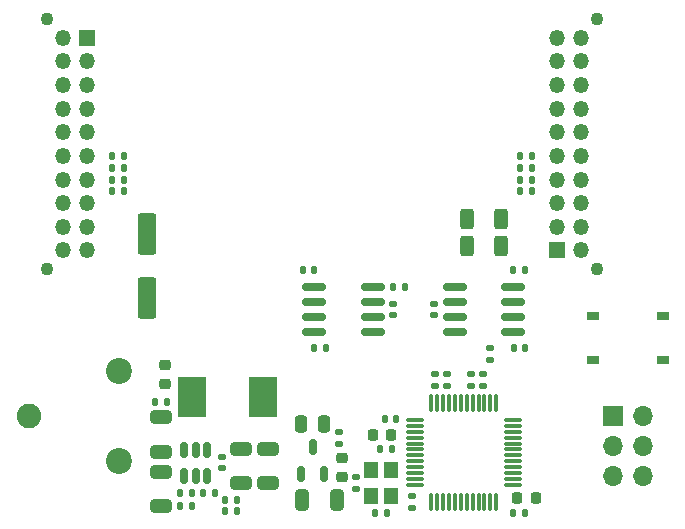
<source format=gts>
%TF.GenerationSoftware,KiCad,Pcbnew,(7.0.0)*%
%TF.CreationDate,2023-03-13T00:32:57+00:00*%
%TF.ProjectId,main,6d61696e-2e6b-4696-9361-645f70636258,1.0*%
%TF.SameCoordinates,Original*%
%TF.FileFunction,Soldermask,Top*%
%TF.FilePolarity,Negative*%
%FSLAX46Y46*%
G04 Gerber Fmt 4.6, Leading zero omitted, Abs format (unit mm)*
G04 Created by KiCad (PCBNEW (7.0.0)) date 2023-03-13 00:32:57*
%MOMM*%
%LPD*%
G01*
G04 APERTURE LIST*
G04 Aperture macros list*
%AMRoundRect*
0 Rectangle with rounded corners*
0 $1 Rounding radius*
0 $2 $3 $4 $5 $6 $7 $8 $9 X,Y pos of 4 corners*
0 Add a 4 corners polygon primitive as box body*
4,1,4,$2,$3,$4,$5,$6,$7,$8,$9,$2,$3,0*
0 Add four circle primitives for the rounded corners*
1,1,$1+$1,$2,$3*
1,1,$1+$1,$4,$5*
1,1,$1+$1,$6,$7*
1,1,$1+$1,$8,$9*
0 Add four rect primitives between the rounded corners*
20,1,$1+$1,$2,$3,$4,$5,0*
20,1,$1+$1,$4,$5,$6,$7,0*
20,1,$1+$1,$6,$7,$8,$9,0*
20,1,$1+$1,$8,$9,$2,$3,0*%
G04 Aperture macros list end*
%ADD10R,1.200000X1.400000*%
%ADD11RoundRect,0.140000X0.140000X0.170000X-0.140000X0.170000X-0.140000X-0.170000X0.140000X-0.170000X0*%
%ADD12RoundRect,0.135000X0.135000X0.185000X-0.135000X0.185000X-0.135000X-0.185000X0.135000X-0.185000X0*%
%ADD13RoundRect,0.075000X-0.662500X-0.075000X0.662500X-0.075000X0.662500X0.075000X-0.662500X0.075000X0*%
%ADD14RoundRect,0.075000X-0.075000X-0.662500X0.075000X-0.662500X0.075000X0.662500X-0.075000X0.662500X0*%
%ADD15RoundRect,0.250000X-0.250000X-0.475000X0.250000X-0.475000X0.250000X0.475000X-0.250000X0.475000X0*%
%ADD16RoundRect,0.150000X0.150000X-0.512500X0.150000X0.512500X-0.150000X0.512500X-0.150000X-0.512500X0*%
%ADD17RoundRect,0.250000X-0.650000X0.325000X-0.650000X-0.325000X0.650000X-0.325000X0.650000X0.325000X0*%
%ADD18RoundRect,0.140000X-0.140000X-0.170000X0.140000X-0.170000X0.140000X0.170000X-0.140000X0.170000X0*%
%ADD19RoundRect,0.250000X0.550000X-1.500000X0.550000X1.500000X-0.550000X1.500000X-0.550000X-1.500000X0*%
%ADD20RoundRect,0.135000X-0.185000X0.135000X-0.185000X-0.135000X0.185000X-0.135000X0.185000X0.135000X0*%
%ADD21R,1.700000X1.700000*%
%ADD22O,1.700000X1.700000*%
%ADD23RoundRect,0.135000X0.185000X-0.135000X0.185000X0.135000X-0.185000X0.135000X-0.185000X-0.135000X0*%
%ADD24RoundRect,0.140000X0.170000X-0.140000X0.170000X0.140000X-0.170000X0.140000X-0.170000X-0.140000X0*%
%ADD25RoundRect,0.135000X-0.135000X-0.185000X0.135000X-0.185000X0.135000X0.185000X-0.135000X0.185000X0*%
%ADD26R,2.350000X3.500000*%
%ADD27R,1.000000X0.750000*%
%ADD28RoundRect,0.140000X-0.170000X0.140000X-0.170000X-0.140000X0.170000X-0.140000X0.170000X0.140000X0*%
%ADD29RoundRect,0.225000X0.225000X0.250000X-0.225000X0.250000X-0.225000X-0.250000X0.225000X-0.250000X0*%
%ADD30RoundRect,0.150000X0.825000X0.150000X-0.825000X0.150000X-0.825000X-0.150000X0.825000X-0.150000X0*%
%ADD31RoundRect,0.250000X-0.312500X-0.625000X0.312500X-0.625000X0.312500X0.625000X-0.312500X0.625000X0*%
%ADD32RoundRect,0.150000X-0.825000X-0.150000X0.825000X-0.150000X0.825000X0.150000X-0.825000X0.150000X0*%
%ADD33RoundRect,0.218750X0.256250X-0.218750X0.256250X0.218750X-0.256250X0.218750X-0.256250X-0.218750X0*%
%ADD34RoundRect,0.218750X0.218750X0.256250X-0.218750X0.256250X-0.218750X-0.256250X0.218750X-0.256250X0*%
%ADD35C,1.100000*%
%ADD36R,1.350000X1.350000*%
%ADD37O,1.350000X1.350000*%
%ADD38C,2.082800*%
%ADD39C,2.200000*%
%ADD40RoundRect,0.218750X-0.256250X0.218750X-0.256250X-0.218750X0.256250X-0.218750X0.256250X0.218750X0*%
%ADD41RoundRect,0.250000X0.650000X-0.325000X0.650000X0.325000X-0.650000X0.325000X-0.650000X-0.325000X0*%
%ADD42RoundRect,0.150000X-0.150000X0.512500X-0.150000X-0.512500X0.150000X-0.512500X0.150000X0.512500X0*%
%ADD43RoundRect,0.250000X0.325000X0.650000X-0.325000X0.650000X-0.325000X-0.650000X0.325000X-0.650000X0*%
G04 APERTURE END LIST*
D10*
X65749999Y-66599999D03*
X65749999Y-68799999D03*
X64049999Y-68799999D03*
X64049999Y-66599999D03*
D11*
X65380000Y-70200000D03*
X64420000Y-70200000D03*
D12*
X43110000Y-43000000D03*
X42090000Y-43000000D03*
D13*
X67737500Y-62350000D03*
X67737500Y-62850000D03*
X67737500Y-63350000D03*
X67737500Y-63850000D03*
X67737500Y-64350000D03*
X67737500Y-64850000D03*
X67737500Y-65350000D03*
X67737500Y-65850000D03*
X67737500Y-66350000D03*
X67737500Y-66850000D03*
X67737500Y-67350000D03*
X67737500Y-67850000D03*
D14*
X69150000Y-69262500D03*
X69650000Y-69262500D03*
X70150000Y-69262500D03*
X70650000Y-69262500D03*
X71150000Y-69262500D03*
X71650000Y-69262500D03*
X72150000Y-69262500D03*
X72650000Y-69262500D03*
X73150000Y-69262500D03*
X73650000Y-69262500D03*
X74150000Y-69262500D03*
X74650000Y-69262500D03*
D13*
X76062500Y-67850000D03*
X76062500Y-67350000D03*
X76062500Y-66850000D03*
X76062500Y-66350000D03*
X76062500Y-65850000D03*
X76062500Y-65350000D03*
X76062500Y-64850000D03*
X76062500Y-64350000D03*
X76062500Y-63850000D03*
X76062500Y-63350000D03*
X76062500Y-62850000D03*
X76062500Y-62350000D03*
D14*
X74650000Y-60937500D03*
X74150000Y-60937500D03*
X73650000Y-60937500D03*
X73150000Y-60937500D03*
X72650000Y-60937500D03*
X72150000Y-60937500D03*
X71650000Y-60937500D03*
X71150000Y-60937500D03*
X70650000Y-60937500D03*
X70150000Y-60937500D03*
X69650000Y-60937500D03*
X69150000Y-60937500D03*
D12*
X77710000Y-40000000D03*
X76690000Y-40000000D03*
X77710000Y-41000000D03*
X76690000Y-41000000D03*
D15*
X58150000Y-62700000D03*
X60050000Y-62700000D03*
D12*
X52710000Y-69100000D03*
X51690000Y-69100000D03*
X43110000Y-41000000D03*
X42090000Y-41000000D03*
D16*
X58150000Y-66937500D03*
X60050000Y-66937500D03*
X59100000Y-64662500D03*
D17*
X46300000Y-66725000D03*
X46300000Y-69675000D03*
D18*
X65220000Y-62300000D03*
X66180000Y-62300000D03*
D19*
X45100000Y-52000000D03*
X45100000Y-46600000D03*
D12*
X43110000Y-40000000D03*
X42090000Y-40000000D03*
D20*
X72500000Y-58490000D03*
X72500000Y-59510000D03*
D21*
X84559999Y-62019999D03*
D22*
X87099999Y-62019999D03*
X84559999Y-64559999D03*
X87099999Y-64559999D03*
X84559999Y-67099999D03*
X87099999Y-67099999D03*
D11*
X59220000Y-49700000D03*
X58260000Y-49700000D03*
D12*
X48910000Y-69600000D03*
X47890000Y-69600000D03*
D20*
X74100000Y-56290000D03*
X74100000Y-57310000D03*
D23*
X69500000Y-59510000D03*
X69500000Y-58490000D03*
D17*
X55350000Y-64775000D03*
X55350000Y-67725000D03*
D12*
X43110000Y-42000000D03*
X42090000Y-42000000D03*
D24*
X69400000Y-53480000D03*
X69400000Y-52520000D03*
D12*
X46810000Y-60800000D03*
X45790000Y-60800000D03*
D25*
X59190000Y-56300000D03*
X60210000Y-56300000D03*
X49790000Y-68550000D03*
X50810000Y-68550000D03*
D12*
X77710000Y-42000000D03*
X76690000Y-42000000D03*
D11*
X65780000Y-64800000D03*
X64820000Y-64800000D03*
D26*
X48874999Y-60399999D03*
X54924999Y-60399999D03*
D27*
X82799999Y-53524999D03*
X88799999Y-53524999D03*
X82799999Y-57274999D03*
X88799999Y-57274999D03*
D28*
X67500000Y-68820000D03*
X67500000Y-69780000D03*
D25*
X76090000Y-49700000D03*
X77110000Y-49700000D03*
D29*
X65775000Y-63600000D03*
X64225000Y-63600000D03*
D24*
X51400000Y-66430000D03*
X51400000Y-65470000D03*
D11*
X52680000Y-70100000D03*
X51720000Y-70100000D03*
D30*
X64175000Y-54905000D03*
X64175000Y-53635000D03*
X64175000Y-52365000D03*
X64175000Y-51095000D03*
X59225000Y-51095000D03*
X59225000Y-52365000D03*
X59225000Y-53635000D03*
X59225000Y-54905000D03*
D31*
X72137500Y-45300000D03*
X75062500Y-45300000D03*
D17*
X53050000Y-64775000D03*
X53050000Y-67725000D03*
D32*
X71125000Y-51095000D03*
X71125000Y-52365000D03*
X71125000Y-53635000D03*
X71125000Y-54905000D03*
X76075000Y-54905000D03*
X76075000Y-53635000D03*
X76075000Y-52365000D03*
X76075000Y-51095000D03*
D31*
X72137500Y-47600000D03*
X75062500Y-47600000D03*
D12*
X77710000Y-43000000D03*
X76690000Y-43000000D03*
D28*
X62800000Y-68180000D03*
X62800000Y-67220000D03*
D33*
X46600000Y-59287500D03*
X46600000Y-57712500D03*
D34*
X77987500Y-69000000D03*
X76412500Y-69000000D03*
D25*
X47890000Y-68550000D03*
X48910000Y-68550000D03*
D20*
X73500000Y-58490000D03*
X73500000Y-59510000D03*
D35*
X83200000Y-49600000D03*
X83200000Y-28400000D03*
D36*
X79799999Y-47999999D03*
D37*
X79799999Y-45999999D03*
X79799999Y-43999999D03*
X79799999Y-41999999D03*
X79799999Y-39999999D03*
X79799999Y-37999999D03*
X79799999Y-35999999D03*
X79799999Y-33999999D03*
X79799999Y-31999999D03*
X79799999Y-29999999D03*
X81799999Y-47999999D03*
X81799999Y-45999999D03*
X81799999Y-43999999D03*
X81799999Y-41999999D03*
X81799999Y-39999999D03*
X81799999Y-37999999D03*
X81799999Y-35999999D03*
X81799999Y-33999999D03*
X81799999Y-31999999D03*
X81799999Y-29999999D03*
D20*
X61300000Y-63390000D03*
X61300000Y-64410000D03*
D38*
X35054900Y-62000000D03*
D39*
X42674900Y-58190000D03*
X42674900Y-65810000D03*
D28*
X65900000Y-52520000D03*
X65900000Y-53480000D03*
D40*
X61600000Y-65612500D03*
X61600000Y-67187500D03*
D35*
X36600000Y-28400000D03*
X36600000Y-49600000D03*
D36*
X39999999Y-29999999D03*
D37*
X39999999Y-31999999D03*
X39999999Y-33999999D03*
X39999999Y-35999999D03*
X39999999Y-37999999D03*
X39999999Y-39999999D03*
X39999999Y-41999999D03*
X39999999Y-43999999D03*
X39999999Y-45999999D03*
X39999999Y-47999999D03*
X37999999Y-29999999D03*
X37999999Y-31999999D03*
X37999999Y-33999999D03*
X37999999Y-35999999D03*
X37999999Y-37999999D03*
X37999999Y-39999999D03*
X37999999Y-41999999D03*
X37999999Y-43999999D03*
X37999999Y-45999999D03*
X37999999Y-47999999D03*
D18*
X76120000Y-56300000D03*
X77080000Y-56300000D03*
D25*
X76090000Y-70200000D03*
X77110000Y-70200000D03*
D41*
X46300000Y-65075000D03*
X46300000Y-62125000D03*
D23*
X70500000Y-59510000D03*
X70500000Y-58490000D03*
D42*
X50150000Y-64862500D03*
X49200000Y-64862500D03*
X48250000Y-64862500D03*
X48250000Y-67137500D03*
X49200000Y-67137500D03*
X50150000Y-67137500D03*
D25*
X65890000Y-51100000D03*
X66910000Y-51100000D03*
D43*
X61175000Y-69100000D03*
X58225000Y-69100000D03*
M02*

</source>
